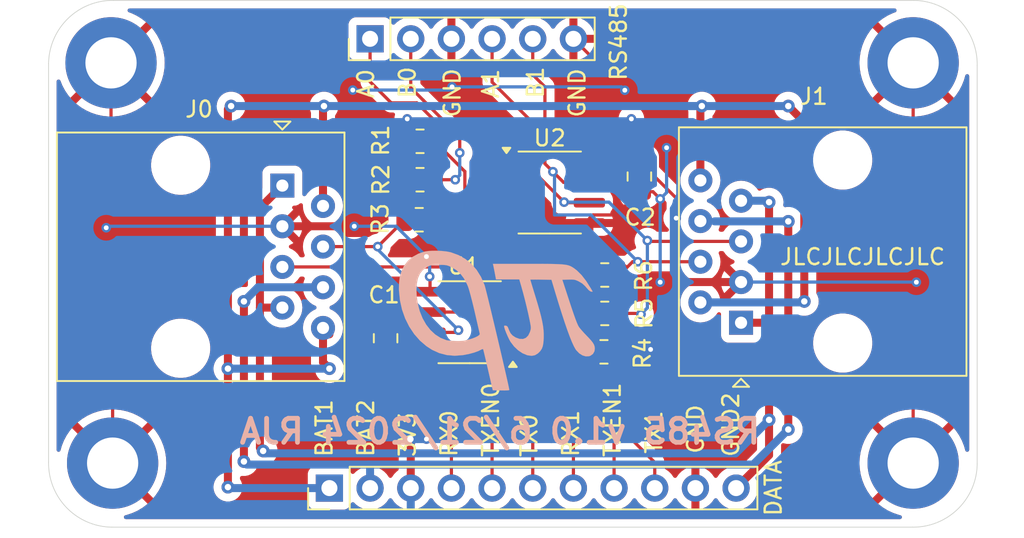
<source format=kicad_pcb>
(kicad_pcb (version 20240108) (generator "pcbnew") (generator_version "8.0")
  (layers (0 "F.Cu" signal) (31 "B.Cu" signal) (34 "B.Paste" user) (35 "F.Paste" user) (36 "B.SilkS" user "B.Silkscreen") (37 "F.SilkS" user "F.Silkscreen") (38 "B.Mask" user) (39 "F.Mask" user) (44 "Edge.Cuts" user))
  (net 0 "")
  (net 1 "GND")
  (net 2 "/B0")
  (net 3 "/A0")
  (net 4 "/B1")
  (net 5 "/A1")
  (net 6 "/TX0")
  (net 7 "/TXEN0")
  (net 8 "/TX1")
  (net 9 "/TXEN1")
  (net 10 "/RX1")
  (net 11 "+3V3")
  (net 12 "/RX0")
  (net 13 "GND2")
  (net 14 "+BAT2")
  (net 15 "+BAT1")
  (footprint "Connector_PinHeader_2.54mm:PinHeader_1x06_P2.54mm_Vertical" (layer "F.Cu") (at 132.08 71 90)
    (property "Reference" "J2" (hide yes))
    (property "Value" "RS485" (at -0.2 15.52 90) (layer "F.SilkS"))
    (fp_line (start -1.33 -1.33) (end 0 -1.33) (stroke (width 0.12)) (layer "F.SilkS"))
    (fp_line (start -1.33 0) (end -1.33 -1.33) (stroke (width 0.12)) (layer "F.SilkS"))
    (fp_line (start 1.33 1.27) (end 1.33 14.03) (stroke (width 0.12)) (layer "F.SilkS"))
    (fp_line (start -1.33 1.27) (end 1.33 1.27) (stroke (width 0.12)) (layer "F.SilkS"))
    (fp_line (start -1.33 1.27) (end -1.33 14.03) (stroke (width 0.12)) (layer "F.SilkS"))
    (fp_line (start -1.33 14.03) (end 1.33 14.03) (stroke (width 0.12)) (layer "F.SilkS"))
    (pad "1" thru_hole rect (at 0 0 90) (size 1.7 1.7) (drill 1) (layers "*.Cu" "*.Mask") (net 3 "/A0"))
    (pad "2" thru_hole oval (at 0 2.54 90) (size 1.7 1.7) (drill 1) (layers "*.Cu" "*.Mask") (net 2 "/B0"))
    (pad "3" thru_hole oval (at 0 5.08 90) (size 1.7 1.7) (drill 1) (layers "*.Cu" "*.Mask") (net 1 "GND"))
    (pad "4" thru_hole oval (at 0 7.62 90) (size 1.7 1.7) (drill 1) (layers "*.Cu" "*.Mask") (net 5 "/A1"))
    (pad "5" thru_hole oval (at 0 10.16 90) (size 1.7 1.7) (drill 1) (layers "*.Cu" "*.Mask") (net 4 "/B1"))
    (pad "6" thru_hole oval (at 0 12.7 90) (size 1.7 1.7) (drill 1) (layers "*.Cu" "*.Mask") (net 1 "GND"))
  )
  (footprint "Resistor_SMD:R_0805_2012Metric" (layer "F.Cu") (at 135.2 77.4)
    (property "Reference" "R1" (at -2.45 -0.05 -90) (layer "F.SilkS"))
    (property "Value" "600R")
    (fp_line (start -0.227064 -0.735) (end 0.227064 -0.735) (stroke (width 0.12)) (layer "F.SilkS"))
    (fp_line (start -0.227064 0.735) (end 0.227064 0.735) (stroke (width 0.12)) (layer "F.SilkS"))
    (pad "1" smd roundrect (at -0.9125 0) (size 1.025 1.4) (layers "F.Cu" "F.Paste" "F.Mask") (roundrect_rratio 0.243902) (net 11 "+3V3"))
    (pad "2" smd roundrect (at 0.9125 0) (size 1.025 1.4) (layers "F.Cu" "F.Paste" "F.Mask") (roundrect_rratio 0.243902) (net 3 "/A0"))
  )
  (footprint "Package_SO:SOIC-8_3.9x4.9mm_P1.27mm" (layer "F.Cu") (at 143.3 80.6)
    (property "Reference" "U2" (at 0 -3.4 0) (layer "F.SilkS"))
    (property "Value" "THVD1400D")
    (fp_line (start 0 -2.56) (end -1.95 -2.56) (stroke (width 0.12)) (layer "F.SilkS"))
    (fp_line (start 0 -2.56) (end 1.95 -2.56) (stroke (width 0.12)) (layer "F.SilkS"))
    (fp_line (start 0 2.56) (end -1.95 2.56) (stroke (width 0.12)) (layer "F.SilkS"))
    (fp_line (start 0 2.56) (end 1.95 2.56) (stroke (width 0.12)) (layer "F.SilkS"))
    (fp_poly (pts (xy -2.7 -2.465) (xy -2.94 -2.795) (xy -2.46 -2.795) (xy -2.7 -2.465)) (stroke (width 0.12)) (fill solid) (layer "F.SilkS"))
    (pad "1" smd roundrect (at -2.475 -1.905) (size 1.95 0.6) (layers "F.Cu" "F.Paste" "F.Mask") (net 10 "/RX1"))
    (pad "2" smd roundrect (at -2.475 -0.635) (size 1.95 0.6) (layers "F.Cu" "F.Paste" "F.Mask") (net 9 "/TXEN1"))
    (pad "3" smd roundrect (at -2.475 0.635) (size 1.95 0.6) (layers "F.Cu" "F.Paste" "F.Mask") (net 9 "/TXEN1"))
    (pad "4" smd roundrect (at -2.475 1.905) (size 1.95 0.6) (layers "F.Cu" "F.Paste" "F.Mask") (net 8 "/TX1"))
    (pad "5" smd roundrect (at 2.475 1.905) (size 1.95 0.6) (layers "F.Cu" "F.Paste" "F.Mask") (net 1 "GND"))
    (pad "6" smd roundrect (at 2.475 0.635) (size 1.95 0.6) (layers "F.Cu" "F.Paste" "F.Mask") (net 5 "/A1"))
    (pad "7" smd roundrect (at 2.475 -0.635) (size 1.95 0.6) (layers "F.Cu" "F.Paste" "F.Mask") (net 4 "/B1"))
    (pad "8" smd roundrect (at 2.475 -1.905) (size 1.95 0.6) (layers "F.Cu" "F.Paste" "F.Mask") (net 11 "+3V3"))
  )
  (footprint "Package_SO:SOIC-8_3.9x4.9mm_P1.27mm" (layer "F.Cu") (at 138.3 88.7 180)
    (property "Reference" "U1" (at 0.35 3.5 0) (layer "F.SilkS"))
    (property "Value" "THVD1400D")
    (fp_line (start 0 2.56) (end 1.95 2.56) (stroke (width 0.12)) (layer "F.SilkS"))
    (fp_line (start 0 2.56) (end -1.95 2.56) (stroke (width 0.12)) (layer "F.SilkS"))
    (fp_line (start 0 -2.56) (end 1.95 -2.56) (stroke (width 0.12)) (layer "F.SilkS"))
    (fp_line (start 0 -2.56) (end -1.95 -2.56) (stroke (width 0.12)) (layer "F.SilkS"))
    (fp_poly (pts (xy -2.7 -2.465) (xy -2.94 -2.795) (xy -2.46 -2.795) (xy -2.7 -2.465)) (stroke (width 0.12)) (fill solid) (layer "F.SilkS"))
    (pad "1" smd roundrect (at -2.475 -1.905 180) (size 1.95 0.6) (layers "F.Cu" "F.Paste" "F.Mask") (net 12 "/RX0"))
    (pad "2" smd roundrect (at -2.475 -0.635 180) (size 1.95 0.6) (layers "F.Cu" "F.Paste" "F.Mask") (net 7 "/TXEN0"))
    (pad "3" smd roundrect (at -2.475 0.635 180) (size 1.95 0.6) (layers "F.Cu" "F.Paste" "F.Mask") (net 7 "/TXEN0"))
    (pad "4" smd roundrect (at -2.475 1.905 180) (size 1.95 0.6) (layers "F.Cu" "F.Paste" "F.Mask") (net 6 "/TX0"))
    (pad "5" smd roundrect (at 2.475 1.905 180) (size 1.95 0.6) (layers "F.Cu" "F.Paste" "F.Mask") (net 1 "GND"))
    (pad "6" smd roundrect (at 2.475 0.635 180) (size 1.95 0.6) (layers "F.Cu" "F.Paste" "F.Mask") (net 3 "/A0"))
    (pad "7" smd roundrect (at 2.475 -0.635 180) (size 1.95 0.6) (layers "F.Cu" "F.Paste" "F.Mask") (net 2 "/B0"))
    (pad "8" smd roundrect (at 2.475 -1.905 180) (size 1.95 0.6) (layers "F.Cu" "F.Paste" "F.Mask") (net 11 "+3V3"))
  )
  (footprint "Connector_PinHeader_2.54mm:PinHeader_1x11_P2.54mm_Vertical" (layer "F.Cu") (at 129.54 99.06 90)
    (property "Reference" "J3" (hide yes))
    (property "Value" "DATA" (at 0 27.73 90) (layer "F.SilkS"))
    (fp_line (start -1.33 -1.33) (end 0 -1.33) (stroke (width 0.12)) (layer "F.SilkS"))
    (fp_line (start -1.33 0) (end -1.33 -1.33) (stroke (width 0.12)) (layer "F.SilkS"))
    (fp_line (start 1.33 1.27) (end 1.33 26.73) (stroke (width 0.12)) (layer "F.SilkS"))
    (fp_line (start -1.33 1.27) (end 1.33 1.27) (stroke (width 0.12)) (layer "F.SilkS"))
    (fp_line (start -1.33 1.27) (end -1.33 26.73) (stroke (width 0.12)) (layer "F.SilkS"))
    (fp_line (start -1.33 26.73) (end 1.33 26.73) (stroke (width 0.12)) (layer "F.SilkS"))
    (pad "1" thru_hole rect (at 0 0 90) (size 1.7 1.7) (drill 1) (layers "*.Cu" "*.Mask") (net 15 "+BAT1"))
    (pad "2" thru_hole oval (at 0 2.54 90) (size 1.7 1.7) (drill 1) (layers "*.Cu" "*.Mask") (net 14 "+BAT2"))
    (pad "3" thru_hole oval (at 0 5.08 90) (size 1.7 1.7) (drill 1) (layers "*.Cu" "*.Mask") (net 11 "+3V3"))
    (pad "4" thru_hole oval (at 0 7.62 90) (size 1.7 1.7) (drill 1) (layers "*.Cu" "*.Mask") (net 12 "/RX0"))
    (pad "5" thru_hole oval (at 0 10.16 90) (size 1.7 1.7) (drill 1) (layers "*.Cu" "*.Mask") (net 7 "/TXEN0"))
    (pad "6" thru_hole oval (at 0 12.7 90) (size 1.7 1.7) (drill 1) (layers "*.Cu" "*.Mask") (net 6 "/TX0"))
    (pad "7" thru_hole oval (at 0 15.24 90) (size 1.7 1.7) (drill 1) (layers "*.Cu" "*.Mask") (net 10 "/RX1"))
    (pad "8" thru_hole oval (at 0 17.78 90) (size 1.7 1.7) (drill 1) (layers "*.Cu" "*.Mask") (net 9 "/TXEN1"))
    (pad "9" thru_hole oval (at 0 20.32 90) (size 1.7 1.7) (drill 1) (layers "*.Cu" "*.Mask") (net 8 "/TX1"))
    (pad "10" thru_hole oval (at 0 22.86 90) (size 1.7 1.7) (drill 1) (layers "*.Cu" "*.Mask") (net 1 "GND"))
    (pad "11" thru_hole oval (at 0 25.4 90) (size 1.7 1.7) (drill 1) (layers "*.Cu" "*.Mask") (net 13 "GND2"))
  )
  (footprint "Capacitor_SMD:C_0805_2012Metric" (layer "F.Cu") (at 148.9 79.6 -90)
    (property "Reference" "C2" (at 2.55 -0.05 0) (layer "F.SilkS"))
    (property "Value" "100n")
    (fp_line (start -0.261252 0.735) (end 0.261252 0.735) (stroke (width 0.12)) (layer "F.SilkS"))
    (fp_line (start -0.261252 -0.735) (end 0.261252 -0.735) (stroke (width 0.12)) (layer "F.SilkS"))
    (pad "1" smd roundrect (at -0.95 0 270) (size 1 1.45) (layers "F.Cu" "F.Paste" "F.Mask") (net 11 "+3V3"))
    (pad "2" smd roundrect (at 0.95 0 270) (size 1 1.45) (layers "F.Cu" "F.Paste" "F.Mask") (net 1 "GND"))
  )
  (footprint "Resistor_SMD:R_0805_2012Metric" (layer "F.Cu") (at 135.2 79.8)
    (property "Reference" "R2" (at -2.4375 0 90) (layer "F.SilkS"))
    (property "Value" "110R")
    (fp_line (start -0.227064 -0.735) (end 0.227064 -0.735) (stroke (width 0.12)) (layer "F.SilkS"))
    (fp_line (start -0.227064 0.735) (end 0.227064 0.735) (stroke (width 0.12)) (layer "F.SilkS"))
    (pad "1" smd roundrect (at -0.9125 0) (size 1.025 1.4) (layers "F.Cu" "F.Paste" "F.Mask") (roundrect_rratio 0.243902) (net 3 "/A0"))
    (pad "2" smd roundrect (at 0.9125 0) (size 1.025 1.4) (layers "F.Cu" "F.Paste" "F.Mask") (roundrect_rratio 0.243902) (net 2 "/B0"))
  )
  (footprint "Capacitor_SMD:C_0805_2012Metric" (layer "F.Cu") (at 133.05 89.7 90)
    (property "Reference" "C1" (at 2.7 -0.1 0) (layer "F.SilkS"))
    (property "Value" "100n")
    (fp_line (start -0.261252 -0.735) (end 0.261252 -0.735) (stroke (width 0.12)) (layer "F.SilkS"))
    (fp_line (start -0.261252 0.735) (end 0.261252 0.735) (stroke (width 0.12)) (layer "F.SilkS"))
    (pad "1" smd roundrect (at -0.95 0 90) (size 1 1.45) (layers "F.Cu" "F.Paste" "F.Mask") (net 11 "+3V3"))
    (pad "2" smd roundrect (at 0.95 0 90) (size 1 1.45) (layers "F.Cu" "F.Paste" "F.Mask") (net 1 "GND"))
  )
  (footprint "MountingHole:MountingHole_3.2mm_M3_ISO7380_Pad" (layer "F.Cu") (at 115.9 72.5)
    (property "Reference" "H1" (hide yes))
    (property "Value" "MountingHole_Pad")
    (pad "1" thru_hole circle (at 0 0) (size 5.7 5.7) (drill 3.2) (layers "*.Cu" "*.Mask") (net 1 "GND"))
  )
  (footprint "Resistor_SMD:R_0805_2012Metric" (layer "F.Cu") (at 146.7375 88.15 180)
    (property "Reference" "R5" (at -2.4625 0 90) (layer "F.SilkS"))
    (property "Value" "110R")
    (fp_line (start -0.227064 0.735) (end 0.227064 0.735) (stroke (width 0.12)) (layer "F.SilkS"))
    (fp_line (start -0.227064 -0.735) (end 0.227064 -0.735) (stroke (width 0.12)) (layer "F.SilkS"))
    (pad "1" smd roundrect (at -0.9125 0 180) (size 1.025 1.4) (layers "F.Cu" "F.Paste" "F.Mask") (roundrect_rratio 0.243902) (net 5 "/A1"))
    (pad "2" smd roundrect (at 0.9125 0 180) (size 1.025 1.4) (layers "F.Cu" "F.Paste" "F.Mask") (roundrect_rratio 0.243902) (net 4 "/B1"))
  )
  (footprint "Resistor_SMD:R_0805_2012Metric" (layer "F.Cu") (at 146.6875 90.55 180)
    (property "Reference" "R4" (at -2.4 -0.1 90) (layer "F.SilkS"))
    (property "Value" "600R")
    (fp_line (start -0.227064 0.735) (end 0.227064 0.735) (stroke (width 0.12)) (layer "F.SilkS"))
    (fp_line (start -0.227064 -0.735) (end 0.227064 -0.735) (stroke (width 0.12)) (layer "F.SilkS"))
    (pad "1" smd roundrect (at -0.9125 0 180) (size 1.025 1.4) (layers "F.Cu" "F.Paste" "F.Mask") (roundrect_rratio 0.243902) (net 11 "+3V3"))
    (pad "2" smd roundrect (at 0.9125 0 180) (size 1.025 1.4) (layers "F.Cu" "F.Paste" "F.Mask") (roundrect_rratio 0.243902) (net 5 "/A1"))
  )
  (footprint "Resistor_SMD:R_0805_2012Metric" (layer "F.Cu") (at 146.7375 85.75 180)
    (property "Reference" "R6" (at -2.4375 -0.05 90) (layer "F.SilkS"))
    (property "Value" "600R")
    (fp_line (start -0.227064 0.735) (end 0.227064 0.735) (stroke (width 0.12)) (layer "F.SilkS"))
    (fp_line (start -0.227064 -0.735) (end 0.227064 -0.735) (stroke (width 0.12)) (layer "F.SilkS"))
    (pad "1" smd roundrect (at -0.9125 0 180) (size 1.025 1.4) (layers "F.Cu" "F.Paste" "F.Mask") (roundrect_rratio 0.243902) (net 4 "/B1"))
    (pad "2" smd roundrect (at 0.9125 0 180) (size 1.025 1.4) (layers "F.Cu" "F.Paste" "F.Mask") (roundrect_rratio 0.243902) (net 1 "GND"))
  )
  (footprint "MyLib:RJ45_SS-700810-NF" (layer "F.Cu") (at 155.25 88.7325 90)
    (property "Reference" "J1" (at 14.1325 4.55 180) (layer "F.SilkS"))
    (property "Value" "RJ45")
    (fp_line (start 12.205 -3.88) (end -3.315 -3.88) (stroke (width 0.12)) (layer "F.SilkS"))
    (fp_line (start 12.205 -3.88) (end 12.205 14.08) (stroke (width 0.12)) (layer "F.SilkS"))
    (fp_line (start -3.315 -3.88) (end -3.315 14.08) (stroke (width 0.12)) (layer "F.SilkS"))
    (fp_line (start -4 -0.5) (end -4 0.5) (stroke (width 0.12)) (layer "F.SilkS"))
    (fp_line (start -3.5 0) (end -4 -0.5) (stroke (width 0.12)) (layer "F.SilkS"))
    (fp_line (start -4 0.5) (end -3.5 0) (stroke (width 0.12)) (layer "F.SilkS"))
    (fp_line (start -3.315 14.08) (end 12.205 14.08) (stroke (width 0.12)) (layer "F.SilkS"))
    (pad "" np_thru_hole circle (at -1.27 6.35 90) (size 3.2 3.2) (drill 3.2) (layers "*.Cu" "*.Mask"))
    (pad "" np_thru_hole circle (at 10.16 6.35 90) (size 3.2 3.2) (drill 3.2) (layers "*.Cu" "*.Mask"))
    (pad "1" thru_hole rect (at 0 0 90) (size 1.5 1.5) (drill 0.76) (layers "*.Cu" "*.Mask") (net 13 "GND2"))
    (pad "2" thru_hole circle (at 1.27 -2.54 90) (size 1.5 1.5) (drill 0.76) (layers "*.Cu" "*.Mask") (net 15 "+BAT1"))
    (pad "3" thru_hole circle (at 2.54 0 90) (size 1.5 1.5) (drill 0.76) (layers "*.Cu" "*.Mask") (net 1 "GND"))
    (pad "4" thru_hole circle (at 3.81 -2.54 90) (size 1.5 1.5) (drill 0.76) (layers "*.Cu" "*.Mask") (net 4 "/B1"))
    (pad "5" thru_hole circle (at 5.08 0 90) (size 1.5 1.5) (drill 0.76) (layers "*.Cu" "*.Mask") (net 5 "/A1"))
    (pad "6" thru_hole circle (at 6.35 -2.54 90) (size 1.5 1.5) (drill 0.76) (layers "*.Cu" "*.Mask") (net 14 "+BAT2"))
    (pad "7" thru_hole circle (at 7.62 0 90) (size 1.5 1.5) (drill 0.76) (layers "*.Cu" "*.Mask") (net 13 "GND2"))
    (pad "8" thru_hole circle (at 8.89 -2.54 90) (size 1.5 1.5) (drill 0.76) (layers "*.Cu" "*.Mask") (net 15 "+BAT1"))
  )
  (footprint "MountingHole:MountingHole_3.2mm_M3_ISO7380_Pad" (layer "F.Cu") (at 166 97.5)
    (property "Reference" "H4" (hide yes))
    (property "Value" "MountingHole_Pad")
    (pad "1" thru_hole circle (at 0 0) (size 5.7 5.7) (drill 3.2) (layers "*.Cu" "*.Mask") (net 1 "GND"))
  )
  (footprint "MountingHole:MountingHole_3.2mm_M3_ISO7380_Pad" (layer "F.Cu") (at 166 72.5)
    (property "Reference" "H2" (hide yes))
    (property "Value" "MountingHole_Pad")
    (pad "1" thru_hole circle (at 0 0) (size 5.7 5.7) (drill 3.2) (layers "*.Cu" "*.Mask") (net 1 "GND"))
  )
  (footprint "Resistor_SMD:R_0805_2012Metric" (layer "F.Cu") (at 135.15 82.3)
    (property "Reference" "R3" (at -2.4375 -0.05 90) (layer "F.SilkS"))
    (property "Value" "600R")
    (fp_line (start -0.227064 -0.735) (end 0.227064 -0.735) (stroke (width 0.12)) (layer "F.SilkS"))
    (fp_line (start -0.227064 0.735) (end 0.227064 0.735) (stroke (width 0.12)) (layer "F.SilkS"))
    (pad "1" smd roundrect (at -0.9125 0) (size 1.025 1.4) (layers "F.Cu" "F.Paste" "F.Mask") (roundrect_rratio 0.243902) (net 2 "/B0"))
    (pad "2" smd roundrect (at 0.9125 0) (size 1.025 1.4) (layers "F.Cu" "F.Paste" "F.Mask") (roundrect_rratio 0.243902) (net 1 "GND"))
  )
  (footprint "MountingHole:MountingHole_3.2mm_M3_ISO7380_Pad" (layer "F.Cu") (at 116 97.5)
    (property "Reference" "H3" (hide yes))
    (property "Value" "MountingHole_Pad")
    (pad "1" thru_hole circle (at 0 0) (size 5.7 5.7) (drill 3.2) (layers "*.Cu" "*.Mask") (net 1 "GND"))
  )
  (footprint "MyLib:RJ45_SS-700810-NF" (layer "F.Cu") (at 126.6 80.1675 -90)
    (property "Reference" "J0" (at -4.7675 5.2 180) (layer "F.SilkS"))
    (property "Value" "RJ45")
    (fp_line (start -3.315 14.08) (end 12.205 14.08) (stroke (width 0.12)) (layer "F.SilkS"))
    (fp_line (start -4 0.5) (end -3.5 0) (stroke (width 0.12)) (layer "F.SilkS"))
    (fp_line (start -3.5 0) (end -4 -0.5) (stroke (width 0.12)) (layer "F.SilkS"))
    (fp_line (start -4 -0.5) (end -4 0.5) (stroke (width 0.12)) (layer "F.SilkS"))
    (fp_line (start -3.315 -3.88) (end -3.315 14.08) (stroke (width 0.12)) (layer "F.SilkS"))
    (fp_line (start 12.205 -3.88) (end 12.205 14.08) (stroke (width 0.12)) (layer "F.SilkS"))
    (fp_line (start 12.205 -3.88) (end -3.315 -3.88) (stroke (width 0.12)) (layer "F.SilkS"))
    (pad "" np_thru_hole circle (at -1.27 6.35 270) (size 3.2 3.2) (drill 3.2) (layers "*.Cu" "*.Mask"))
    (pad "" np_thru_hole circle (at 10.16 6.35 270) (size 3.2 3.2) (drill 3.2) (layers "*.Cu" "*.Mask"))
    (pad "1" thru_hole rect (at 0 0 270) (size 1.5 1.5) (drill 0.76) (layers "*.Cu" "*.Mask") (net 13 "GND2"))
    (pad "2" thru_hole circle (at 1.27 -2.54 270) (size 1.5 1.5) (drill 0.76) (layers "*.Cu" "*.Mask") (net 15 "+BAT1"))
    (pad "3" thru_hole circle (at 2.54 0 270) (size 1.5 1.5) (drill 0.76) (layers "*.Cu" "*.Mask") (net 1 "GND"))
    (pad "4" thru_hole circle (at 3.81 -2.54 270) (size 1.5 1.5) (drill 0.76) (layers "*.Cu" "*.Mask") (net 2 "/B0"))
    (pad "5" thru_hole circle (at 5.08 0 270) (size 1.5 1.5) (drill 0.76) (layers "*.Cu" "*.Mask") (net 3 "/A0"))
    (pad "6" thru_hole circle (at 6.35 -2.54 270) (size 1.5 1.5) (drill 0.76) (layers "*.Cu" "*.Mask") (net 14 "+BAT2"))
    (pad "7" thru_hole circle (at 7.62 0 270) (size 1.5 1.5) (drill 0.76) (layers "*.Cu" "*.Mask") (net 13 "GND2"))
    (pad "8" thru_hole circle (at 8.89 -2.54 270) (size 1.5 1.5) (drill 0.76) (layers "*.Cu" "*.Mask") (net 15 "+BAT1"))
  )
  (footprint "MyLib:pirho_0.50" (layer "B.Cu") (at 134.891059 86.748157 180)
    (property "Reference" "G***" (hide yes))
    (property "Value" "LOGO" (hide yes))
    (fp_poly (pts (xy -1.08546 2.511586) (xy -0.811533 2.494407) (xy -0.593712 2.45974) (xy -0.592667 2.459487) (xy -0.202805 2.328187) (xy 0.143492 2.137104) (xy 0.436633 1.893512) (xy 0.667023 1.604682) (xy 0.761992 1.432409) (xy 0.883434 1.132866) (xy 0.962362 0.827994) (xy 1.002641 0.495061) (xy 1.008136 0.111331) (xy 1.004547 0.005288) (xy 0.943414 -0.594465) (xy 0.813709 -1.171833) (xy 0.619795 -1.71904) (xy 0.366034 -2.228305) (xy 0.056788 -2.691854) (xy -0.303577 -3.101907) (xy -0.7107 -3.450688) (xy -1.060924 -3.676891) (xy -1.508312 -3.880343) (xy -1.98113 -4.003892) (xy -2.474581 -4.046722) (xy -2.983862 -4.008017) (xy -2.996131 -4.006097) (xy -3.365575 -3.935173) (xy -3.69324 -3.847536) (xy -3.962909 -3.74798) (xy -4.097281 -3.680393) (xy -4.196639 -3.632363) (xy -4.246461 -3.636783) (xy -4.25551 -3.651775) (xy -4.269541 -3.704849) (xy -4.300047 -3.829824) (xy -4.344517 -4.016095) (xy -4.400438 -4.253051) (xy -4.4653 -4.530087) (xy -4.536592 -4.836593) (xy -4.563554 -4.953) (xy -4.852481 -6.201834) (xy -5.368407 -6.213719) (xy -5.591659 -6.215631) (xy -5.758445 -6.210312) (xy -5.858729 -6.19833) (xy -5.884334 -6.184506) (xy -5.874671 -6.121531) (xy -5.846912 -5.984088) (xy -5.8029 -5.779988) (xy -5.74448 -5.517049) (xy -5.673496 -5.203086) (xy -5.591792 -4.845913) (xy -5.501211 -4.453346) (xy -5.403597 -4.033199) (xy -5.300795 -3.593288) (xy -5.194648 -3.141427) (xy -5.087001 -2.685433) (xy -5.086083 -2.681564) (xy -4.039815 -2.681564) (xy -4.013454 -2.745055) (xy -3.915506 -2.818579) (xy -3.757684 -2.897025) (xy -3.551703 -2.975278) (xy -3.309274 -3.048227) (xy -3.069167 -3.105212) (xy -2.931488 -3.121085) (xy -2.737779 -3.127447) (xy -2.516044 -3.125097) (xy -2.294291 -3.114835) (xy -2.100525 -3.09746) (xy -1.962751 -3.073772) (xy -1.962158 -3.073615) (xy -1.596928 -2.933605) (xy -1.260774 -2.719879) (xy -0.958066 -2.439698) (xy -0.693168 -2.100328) (xy -0.470446 -1.70903) (xy -0.29427 -1.273068) (xy -0.169003 -0.799706) (xy -0.099014 -0.296206) (xy -0.085223 0.048458) (xy -0.107387 0.451877) (xy -0.176951 0.789543) (xy -0.296903 1.067785) (xy -0.470228 1.29293) (xy -0.699913 1.471308) (xy -0.777331 1.51511) (xy -0.879458 1.565403) (xy -0.972538 1.598435) (xy -1.078543 1.617784) (xy -1.219448 1.627031) (xy -1.417223 1.629753) (xy -1.481667 1.629833) (xy -1.697443 1.628332) (xy -1.852511 1.621064) (xy -1.970814 1.603883) (xy -2.076297 1.572643) (xy -2.192901 1.523198) (xy -2.24889 1.496983) (xy -2.559157 1.315586) (xy -2.821853 1.084183) (xy -3.045253 0.793199) (xy -3.237635 0.433059) (xy -3.30433 0.276079) (xy -3.346935 0.151785) (xy -3.404104 -0.041585) (xy -3.472239 -0.290415) (xy -3.547738 -0.581085) (xy -3.627003 -0.899977) (xy -3.706433 -1.233475) (xy -3.72778 -1.325733) (xy -3.80129 -1.645499) (xy -3.869255 -1.941035) (xy -3.9292 -2.201592) (xy -3.978649 -2.41642) (xy -4.015131 -2.574768) (xy -4.03617 -2.665887) (xy -4.039815 -2.681564) (xy -5.086083 -2.681564) (xy -4.979697 -2.23312) (xy -4.87458 -1.792304) (xy -4.773494 -1.370797) (xy -4.678284 -0.976418) (xy -4.590793 -0.616981) (xy -4.512865 -0.300299) (xy -4.446344 -0.03419) (xy -4.393074 0.173533) (xy -4.3549 0.315053) (xy -4.336699 0.374705) (xy -4.119076 0.875312) (xy -3.846118 1.313944) (xy -3.519747 1.688751) (xy -3.141887 1.997883) (xy -2.714456 2.239489) (xy -2.23938 2.411719) (xy -2.213471 2.418727) (xy -1.979499 2.464848) (xy -1.695881 2.496142) (xy -1.389055 2.511944) (xy -1.08546 2.511586)) (stroke (width 0.005)) (fill solid) (layer "B.SilkS"))
    (fp_poly (pts (xy -4.882298 1.598083) (xy -4.900266 1.515222) (xy -4.928865 1.373677) (xy -4.96318 1.197988) (xy -4.979762 1.11125) (xy -5.054083 0.719666) (xy -6.508362 0.719666) (xy -6.640203 0.264584) (xy -6.74845 -0.124172) (xy -6.860406 -0.553019) (xy -6.968973 -0.993043) (xy -7.067052 -1.415327) (xy -7.147544 -1.790957) (xy -7.159226 -1.849408) (xy -7.198827 -2.053764) (xy -7.222287 -2.196931) (xy -7.229977 -2.300763) (xy -7.222266 -2.387113) (xy -7.199525 -2.477833) (xy -7.171366 -2.566378) (xy -7.06631 -2.783912) (xy -6.919868 -2.929092) (xy -6.737943 -2.999799) (xy -6.526432 -2.993911) (xy -6.291232 -2.90931) (xy -6.261195 -2.893495) (xy -6.09088 -2.781579) (xy -5.969084 -2.647915) (xy -5.874771 -2.466477) (xy -5.83861 -2.370667) (xy -5.786369 -2.248369) (xy -5.729121 -2.187368) (xy -5.657144 -2.166622) (xy -5.577936 -2.164962) (xy -5.557951 -2.202826) (xy -5.570597 -2.272455) (xy -5.61746 -2.424867) (xy -5.692918 -2.621399) (xy -5.784122 -2.83234) (xy -5.878219 -3.027982) (xy -5.96236 -3.178617) (xy -5.962978 -3.179591) (xy -6.177505 -3.46176) (xy -6.430516 -3.702091) (xy -6.705444 -3.88773) (xy -6.98572 -4.00582) (xy -7.0485 -4.021917) (xy -7.284771 -4.050298) (xy -7.480836 -4.014891) (xy -7.656693 -3.911438) (xy -7.686899 -3.886004) (xy -7.819788 -3.752992) (xy -7.914179 -3.612661) (xy -7.976761 -3.44645) (xy -8.014223 -3.235802) (xy -8.033254 -2.962158) (xy -8.034722 -2.921) (xy -8.035948 -2.684283) (xy -8.022479 -2.444377) (xy -7.992117 -2.190378) (xy -7.942665 -1.911384) (xy -7.871923 -1.596491) (xy -7.777692 -1.234797) (xy -7.657775 -0.815396) (xy -7.515091 -0.343965) (xy -7.428748 -0.063526) (xy -7.351295 0.189253) (xy -7.286061 0.403421) (xy -7.23637 0.568025) (xy -7.205547 0.67211) (xy -7.196667 0.70486) (xy -7.236598 0.70995) (xy -7.346823 0.712945) (xy -7.512994 0.713732) (xy -7.720764 0.712194) (xy -7.856625 0.710159) (xy -8.516583 0.6985) (xy -8.726088 0) (xy -8.948039 -0.729746) (xy -9.151818 -1.378219) (xy -9.337901 -1.946737) (xy -9.506763 -2.436612) (xy -9.658881 -2.849163) (xy -9.794729 -3.185704) (xy -9.914784 -3.447551) (xy -10.019521 -3.636017) (xy -10.064326 -3.700585) (xy -10.247969 -3.89235) (xy -10.45187 -4.022373) (xy -10.662299 -4.085294) (xy -10.865528 -4.075754) (xy -10.950555 -4.046582) (xy -11.109153 -3.932748) (xy -11.202602 -3.768373) (xy -11.226018 -3.601263) (xy -11.214021 -3.476739) (xy -11.175942 -3.358083) (xy -11.103179 -3.231591) (xy -10.987132 -3.083565) (xy -10.819197 -2.900299) (xy -10.725272 -2.803562) (xy -10.568626 -2.639336) (xy -10.420855 -2.476017) (xy -10.299988 -2.334011) (xy -10.231274 -2.244445) (xy -10.177647 -2.147801) (xy -10.107904 -1.988519) (xy -10.02063 -1.762791) (xy -9.914409 -1.466808) (xy -9.787826 -1.096761) (xy -9.649047 -0.678111) (xy -9.197988 0.6985) (xy -9.581514 0.710782) (xy -9.772177 0.714444) (xy -9.908016 0.707225) (xy -10.0187 0.683721) (xy -10.133894 0.638531) (xy -10.229878 0.592685) (xy -10.440948 0.466195) (xy -10.620999 0.301777) (xy -10.697775 0.212391) (xy -10.83806 0.056465) (xy -10.945951 -0.025305) (xy -10.997868 -0.039928) (xy -11.094902 -0.042334) (xy -10.979271 0.15875) (xy -10.691627 0.615213) (xy -10.401022 0.989631) (xy -10.108299 1.28099) (xy -9.93962 1.410331) (xy -9.850701 1.469677) (xy -9.766356 1.520091) (xy -9.679113 1.562301) (xy -9.581501 1.597034) (xy -9.466049 1.62502) (xy -9.325286 1.646986) (xy -9.151741 1.66366) (xy -8.937942 1.67577) (xy -8.676419 1.684044) (xy -8.359701 1.689208) (xy -7.980315 1.691993) (xy -7.530792 1.693126) (xy -7.035017 1.693334) (xy -4.859155 1.693334) (xy -4.882298 1.598083)) (stroke (width 0.005)) (fill solid) (layer "B.SilkS"))
  )
  (gr_arc (start 112 72.55) (mid 113.206928 69.736218) (end 116.05 68.6) (stroke (width 0.05)) (layer "Edge.Cuts"))
  (gr_arc (start 115.95 101.5) (mid 113.136218 100.293072) (end 112 97.45) (stroke (width 0.05)) (layer "Edge.Cuts"))
  (gr_arc (start 170 97.55) (mid 168.793072 100.363782) (end 165.95 101.5) (stroke (width 0.05)) (layer "Edge.Cuts"))
  (gr_line (start 170 97.55) (end 170 72.65) (stroke (width 0.05)) (layer "Edge.Cuts"))
  (gr_line (start 115.95 101.5) (end 165.95 101.5) (stroke (width 0.05)) (layer "Edge.Cuts"))
  (gr_line (start 166.05 68.6) (end 116.05 68.6) (stroke (width 0.05)) (layer "Edge.Cuts"))
  (gr_line (start 112 72.55) (end 112 97.45) (stroke (width 0.05)) (layer "Edge.Cuts"))
  (gr_arc (start 166.05 68.6) (mid 168.863782 69.806928) (end 170 72.65) (stroke (width 0.05)) (layer "Edge.Cuts"))
  (gr_text "RS485 v1.0 6/21/2024 RJA" (at 156.6 96.4 0) (layer "B.SilkS") (effects (font (size 1.5 1.5) (thickness 0.3) (bold yes)) (justify left bottom mirror)))
  (gr_text "B0" (at 135 74.8 90) (layer "F.SilkS") (effects (font (size 1 1)) (justify left bottom)))
  (gr_text "3V3" (at 135 97.2 90) (layer "F.SilkS") (effects (font (size 1 1)) (justify left bottom)))
  (gr_text "GND" (at 137.8 76 90) (layer "F.SilkS") (effects (font (size 1 1)) (justify left bottom)))
  (gr_text "RX0" (at 137.6 97.2 90) (layer "F.SilkS") (effects (font (size 1 1)) (justify left bottom)))
  (gr_text "B1" (at 143 74.8 90) (layer "F.SilkS") (effects (font (size 1 1)) (justify left bottom)))
  (gr_text "A0" (at 132.4 74.8 90) (layer "F.SilkS") (effects (font (size 1 1)) (justify left bottom)))
  (gr_text "A1" (at 140.2 74.8 90) (layer "F.SilkS") (effects (font (size 1 1)) (justify left bottom)))
  (gr_text "BAT2" (at 132.4 97.2 90) (layer "F.SilkS") (effects (font (size 1 1)) (justify left bottom)))
  (gr_text "TX1" (at 150.4 97 90) (layer "F.SilkS") (effects (font (size 1 1)) (justify left bottom)))
  (gr_text "RX1" (at 145.2 97.2 90) (layer "F.SilkS") (effects (font (size 1 1)) (justify left bottom)))
  (gr_text "GND2" (at 155.2 97.2 90) (layer "F.SilkS") (effects (font (size 1 1)) (justify left bottom)))
  (gr_text "BAT1" (at 129.8 97.2 90) (layer "F.SilkS") (effects (font (size 1 1)) (justify left bottom)))
  (gr_text "TX0" (at 142.6 97.2 90) (layer "F.SilkS") (effects (font (size 1 1)) (justify left bottom)))
  (gr_text "GND" (at 145.6 76 90) (layer "F.SilkS") (effects (font (size 1 1)) (justify left bottom)))
  (gr_text "JLCJLCJLCJLC" (at 157.6 85.2 0) (layer "F.SilkS") (effects (font (size 1 1)) (justify left bottom)))
  (gr_text "TXEN0" (at 140.2 97.2 90) (layer "F.SilkS") (effects (font (size 1 1)) (justify left bottom)))
  (gr_text "GND" (at 153 97 90) (layer "F.SilkS") (effects (font (size 1 1)) (justify left bottom)))
  (gr_text "TXEN1" (at 147.8 97.2 90) (layer "F.SilkS") (effects (font (size 1 1)) (justify left bottom)))
  (segment (start 145.775 82.505) (end 145.775 82.225) (width 0.2) (layer "F.Cu") (net 1))
  (segment (start 145.825 82.675) (end 145.825 85.75) (width 0.2) (layer "F.Cu") (net 1))
  (segment (start 135.005 86.795) (end 135.825 86.795) (width 0.2) (layer "F.Cu") (net 1))
  (segment (start 135.825 86.795) (end 135.825 85.8725) (width 0.2) (layer "F.Cu") (net 1))
  (segment (start 144.78 71) (end 147.99 74.21) (width 0.2) (layer "F.Cu") (net 1))
  (segment (start 116 83.2) (end 115.6 82.8) (width 0.2) (layer "F.Cu") (net 1))
  (segment (start 150.6 76.82) (end 150.6 77.8) (width 0.2) (layer "F.Cu") (net 1))
  (segment (start 166 72.5) (end 166 86) (width 0.2) (layer "F.Cu") (net 1))
  (segment (start 150.2 93) (end 150.2 86.2) (width 0.2) (layer "F.Cu") (net 1))
  (segment (start 136.0625 84.1375) (end 136.0625 82.3) (width 0.2) (layer "F.Cu") (net 1))
  (segment (start 131.0925 82.7075) (end 131.2 82.6) (width 0.2) (layer "F.Cu") (net 1))
  (segment (start 147.99 74.21) (end 150.6 76.82) (width 0.2) (layer "F.Cu") (net 1))
  (segment (start 137.16 73.96) (end 137.2 74) (width 0.2) (layer "F.Cu") (net 1))
  (segment (start 166.2 86.2) (end 166 86.4) (width 0.2) (layer "F.Cu") (net 1))
  (segment (start 150.7925 86.1925) (end 150.785 86.2) (width 0.5) (layer "F.Cu") (net 1))
  (segment (start 145.775 82.225) (end 146 82) (width 0.2) (layer "F.Cu") (net 1))
  (segment (start 166 86) (end 166.2 86.2) (width 0.2) (layer "F.Cu") (net 1))
  (segment (start 147.45 82) (end 148.9 80.55) (width 0.2) (layer "F.Cu") (net 1))
  (segment (start 152.4 95.2) (end 150.2 93) (width 0.2) (layer "F.Cu") (net 1))
  (segment (start 126.6 82.7075) (end 131.0925 82.7075) (width 0.5) (layer "F.Cu") (net 1))
  (segment (start 116 97.5) (end 116 83.2) (width 0.2) (layer "F.Cu") (net 1))
  (segment (start 115.6 82.8) (end 115.9 82.5) (width 0.2) (layer "F.Cu") (net 1))
  (segment (start 115.9 82.5) (end 115.9 72.5) (width 0.2) (layer "F.Cu") (net 1))
  (segment (start 145.775 82.505) (end 145.775 82.625) (width 0.2) (layer "F.Cu") (net 1))
  (segment (start 135.6 84.6) (end 136.0625 84.1375) (width 0.2) (layer "F.Cu") (net 1))
  (segment (start 135.825 85.8725) (end 135.8 85.8475) (width 0.2) (layer "F.Cu") (net 1))
  (segment (start 137.16 71) (end 137.16 73.96) (width 0.2) (layer "F.Cu") (net 1))
  (segment (start 145.775 82.625) (end 145.825 82.675) (width 0.2) (layer "F.Cu") (net 1))
  (segment (start 131.0925 82.7075) (end 131.0925 74.2925) (width 0.2) (layer "F.Cu") (net 1))
  (segment (start 152.4 99.06) (end 152.4 95.2) (width 0.2) (layer "F.Cu") (net 1))
  (segment (start 146 82) (end 147.45 82) (width 0.2) (layer "F.Cu") (net 1))
  (segment (start 166 86.4) (end 166 97.5) (width 0.2) (layer "F.Cu") (net 1))
  (segment (start 148.9 80.55) (end 149.75 80.55) (width 0.2) (layer "F.Cu") (net 1))
  (segment (start 131.0925 74.2925) (end 131 74.2) (width 0.2) (layer "F.Cu") (net 1))
  (segment (start 149.75 80.55) (end 150.2 81) (width 0.2) (layer "F.Cu") (net 1))
  (segment (start 155.25 86.1925) (end 150.7925 86.1925) (width 0.5) (layer "F.Cu") (net 1))
  (segment (start 150.785 86.2) (end 150.2 86.2) (width 0.5) (layer "F.Cu") (net 1))
  (segment (start 133.05 88.75) (end 135.005 86.795) (width 0.2) (layer "F.Cu") (net 1))
  (via (at 115.6 82.8) (size 0.6) (drill 0.3) (layers "F.Cu" "B.Cu") (net 1))
  (via (at 147.99 74.21) (size 0.6) (drill 0.3) (layers "F.Cu" "B.Cu") (net 1))
  (via (at 166.2 86.2) (size 0.6) (drill 0.3) (layers "F.Cu" "B.Cu") (net 1))
  (via (at 150.2 86.2) (size 0.6) (drill 0.3) (layers "F.Cu" "B.Cu") (net 1))
  (via (at 135.8 85.8475) (size 0.6) (drill 0.3) (layers "F.Cu" "B.Cu") (net 1))
  (via (at 137.2 74) (size 0.6) (drill 0.3) (layers "F.Cu" "B.Cu") (net 1))
  (via (at 150.6 77.8) (size 0.6) (drill 0.3) (layers "F.Cu" "B.Cu") (net 1))
  (via (at 135.6 84.6) (size 0.6) (drill 0.3) (layers "F.Cu" "B.Cu") (net 1))
  (via (at 131 74.2) (size 0.6) (drill 0.3) (layers "F.Cu" "B.Cu") (net 1))
  (via (at 150.2 81) (size 0.6) (drill 0.3) (layers "F.Cu" "B.Cu") (net 1))
  (via (at 131.0925 82.7075) (size 0.6) (drill 0.3) (layers "F.Cu" "B.Cu") (net 1))
  (segment (start 115.6925 82.7075) (end 115.6 82.8) (width 0.2) (layer "B.Cu") (net 1))
  (segment (start 135.6 84.6) (end 133.7075 82.7075) (width 0.2) (layer "B.Cu") (net 1))
  (segment (start 135.8 84.8) (end 135.6 84.6) (width 0.2) (layer "B.Cu") (net 1))
  (segment (start 147.78 74) (end 147.99 74.21) (width 0.2) (layer "B.Cu") (net 1))
  (segment (start 166.1925 86.1925) (end 166.2 86.2) (width 0.2) (layer "B.Cu") (net 1))
  (segment (start 155.25 86.1925) (end 166.1925 86.1925) (width 0.2) (layer "B.Cu") (net 1))
  (segment (start 137 74.2) (end 137.2 74) (width 0.2) (layer "B.Cu") (net 1))
  (segment (start 150.2 81) (end 150.2 86.2) (width 0.2) (layer "B.Cu") (net 1))
  (segment (start 133.7075 82.7075) (end 131.0925 82.7075) (width 0.2) (layer "B.Cu") (net 1))
  (segment (start 150.6 77.8) (end 150.6 80.6) (width 0.2) (layer "B.Cu") (net 1))
  (segment (start 135.8 85.8475) (end 135.8 84.8) (width 0.2) (layer "B.Cu") (net 1))
  (segment (start 126.6 82.7075) (end 115.6925 82.7075) (width 0.2) (layer "B.Cu") (net 1))
  (segment (start 137.2 74) (end 147.78 74) (width 0.2) (layer "B.Cu") (net 1))
  (segment (start 131 74.2) (end 137 74.2) (width 0.2) (layer "B.Cu") (net 1))
  (segment (start 150.6 80.6) (end 150.2 81) (width 0.2) (layer "B.Cu") (net 1))
  (segment (start 137.465 89.335) (end 137.6 89.2) (width 0.2) (layer "F.Cu") (net 2))
  (segment (start 134.62 71) (end 134.62 74.054315) (width 0.2) (layer "F.Cu") (net 2))
  (segment (start 129.14 83.9775) (end 132.56 83.9775) (width 0.2) (layer "F.Cu") (net 2))
  (segment (start 136.1125 79.8) (end 136.1125 80.425) (width 0.2) (layer "F.Cu") (net 2))
  (segment (start 135.825 89.335) (end 137.465 89.335) (width 0.2) (layer "F.Cu") (net 2))
  (segment (start 134.62 74.054315) (end 135.4 74.834315) (width 0.2) (layer "F.Cu") (net 2))
  (segment (start 137.4 79.8) (end 136.1125 79.8) (width 0.2) (layer "F.Cu") (net 2))
  (segment (start 132.56 83.9775) (end 134.2375 82.3) (width 0.2) (layer "F.Cu") (net 2))
  (segment (start 135.4 74.834315) (end 137.680515 77.11483) (width 0.2) (layer "F.Cu") (net 2))
  (segment (start 137.680515 77.11483) (end 137.680515 78.119485) (width 0.2) (layer "F.Cu") (net 2))
  (segment (start 136.1125 80.425) (end 134.2375 82.3) (width 0.2) (layer "F.Cu") (net 2))
  (via (at 137.4 79.8) (size 0.6) (drill 0.3) (layers "F.Cu" "B.Cu") (net 2))
  (via (at 137.6 89.2) (size 0.6) (drill 0.3) (layers "F.Cu" "B.Cu") (net 2))
  (via (at 137.680515 78.119485) (size 0.6) (drill 0.3) (layers "F.Cu" "B.Cu") (net 2))
  (via (at 132.56 83.9775) (size 0.6) (drill 0.3) (layers "F.Cu" "B.Cu") (net 2))
  (segment (start 137.680515 78.119485) (end 137.680515 79.519485) (width 0.2) (layer "B.Cu") (net 2))
  (segment (start 137.680515 79.519485) (end 137.4 79.8) (width 0.2) (layer "B.Cu") (net 2))
  (segment (start 137.6 89.2) (end 132.56 84.16) (width 0.2) (layer "B.Cu") (net 2))
  (segment (start 138 79.2875) (end 136.1125 77.4) (width 0.2) (layer "F.Cu") (net 3))
  (segment (start 136.1125 77.4) (end 136.1125 77.975) (width 0.2) (layer "F.Cu") (net 3))
  (segment (start 135.825 88.065) (end 137.535 88.065) (width 0.2) (layer "F.Cu") (net 3))
  (segment (start 137.535 88.065) (end 138 87.6) (width 0.2) (layer "F.Cu") (net 3))
  (segment (start 136.1125 76.1125) (end 135 75) (width 0.2) (layer "F.Cu") (net 3))
  (segment (start 138 87.6) (end 138 85.2) (width 0.2) (layer "F.Cu") (net 3))
  (segment (start 136.1125 77.975) (end 134.2875 79.8) (width 0.2) (layer "F.Cu") (net 3))
  (segment (start 137.9525 85.2475) (end 138 85.2) (width 0.2) (layer "F.Cu") (net 3))
  (segment (start 133.4 75) (end 132.08 73.68) (width 0.2) (layer "F.Cu") (net 3))
  (segment (start 132.08 73.68) (end 132.08 71) (width 0.2) (layer "F.Cu") (net 3))
  (segment (start 126.6 85.2475) (end 137.9525 85.2475) (width 0.2) (layer "F.Cu") (net 3))
  (segment (start 135 75) (end 133.4 75) (width 0.2) (layer "F.Cu") (net 3))
  (segment (start 138 85.2) (end 138 79.2875) (width 0.2) (layer "F.Cu") (net 3))
  (segment (start 136.1125 77.4) (end 136.1125 76.1125) (width 0.2) (layer "F.Cu") (net 3))
  (segment (start 148.4775 84.9225) (end 147.65 85.75) (width 0.2) (layer "F.Cu") (net 4))
  (segment (start 152.71 84.9225) (end 148.4775 84.9225) (width 0.2) (layer "F.Cu") (net 4))
  (segment (start 145.775 79.965) (end 144.165 79.965) (width 0.2) (layer "F.Cu") (net 4))
  (segment (start 143.5 79.3) (end 143 78.8) (width 0.2) (layer "F.Cu") (net 4))
  (segment (start 143 78.8) (end 143 74) (width 0.2) (layer "F.Cu") (net 4))
  (segment (start 147.65 85.75) (end 145.825 87.575) (width 0.2) (layer "F.Cu") (net 4))
  (segment (start 143 74) (end 142.24 73.24) (width 0.2) (layer "F.Cu") (net 4))
  (segment (start 144.165 79.965) (end 143.5 79.3) (width 0.2) (layer "F.Cu") (net 4))
  (segment (start 145.825 87.575) (end 145.825 88.15) (width 0.2) (layer "F.Cu") (net 4))
  (segment (start 142.24 73.24) (end 142.24 71) (width 0.2) (layer "F.Cu") (net 4))
  (via (at 148.8 84.9225) (size 0.6) (drill 0.3) (layers "F.Cu" "B.Cu") (net 4))
  (via (at 143.5 79.3) (size 0.6) (drill 0.3) (layers "F.Cu" "B.Cu") (net 4))
  (segment (start 148.8 84.9225) (end 145.8775 82) (width 0.2) (layer "B.Cu") (net 4))
  (segment (start 143.6 79.4) (end 143.5 79.3) (width 0.2) (layer "B.Cu") (net 4))
  (segment (start 143.6 82) (end 143.6 79.4) (width 0.2) (layer "B.Cu") (net 4))
  (segment (start 145.8775 82) (end 143.6 82) (width 0.2) (layer "B.Cu") (net 4))
  (segment (start 139.7 71) (end 139.7 73.7) (width 0.2) (layer "F.Cu") (net 5))
  (segment (start 148.95 88.15) (end 149 88.2) (width 0.2) (layer "F.Cu") (net 5))
  (segment (start 147.65 88.15) (end 148.95 88.15) (width 0.2) (layer "F.Cu") (net 5))
  (segment (start 155.25 83.6525) (end 149.4525 83.6525) (width 0.2) (layer "F.Cu") (net 5))
  (segment (start 144.235 81.235) (end 144.2 81.2) (width 0.2) (layer "F.Cu") (net 5))
  (segment (start 145.775 90.025) (end 145.775 90.55) (width 0.2) (layer "F.Cu") (net 5))
  (segment (start 147.65 88.15) (end 145.775 90.025) (width 0.2) (layer "F.Cu") (net 5))
  (segment (start 142.6 79.6) (end 144.2 81.2) (width 0.2) (layer "F.Cu") (net 5))
  (segment (start 149.4525 83.6525) (end 149.4 83.6) (width 0.2) (layer "F.Cu") (net 5))
  (segment (start 142.6 76.6) (end 142.6 79.6) (width 0.2) (layer "F.Cu") (net 5))
  (segment (start 139.7 73.7) (end 142.6 76.6) (width 0.2) (layer "F.Cu") (net 5))
  (segment (start 145.775 81.235) (end 144.235 81.235) (width 0.2) (layer "F.Cu") (net 5))
  (via (at 149 88.2) (size 0.6) (drill 0.3) (layers "F.Cu" "B.Cu") (net 5))
  (via (at 149.4 83.6) (size 0.6) (drill 0.3) (layers "F.Cu" "B.Cu") (net 5))
  (via (at 144.2 81.2) (size 0.6) (drill 0.3) (layers "F.Cu" "B.Cu") (net 5))
  (segment (start 147 81.2) (end 149.4 83.6) (width 0.2) (layer "B.Cu") (net 5))
  (segment (start 149.4 87.8) (end 149 88.2) (width 0.2) (layer "B.Cu") (net 5))
  (segment (start 144.2 81.2) (end 147 81.2) (width 0.2) (layer "B.Cu") (net 5))
  (segment (start 149.4 83.6) (end 149.4 87.8) (width 0.2) (layer "B.Cu") (net 5))
  (segment (start 142.24 99.06) (end 142.24 93.56) (width 0.2) (layer "F.Cu") (net 6))
  (segment (start 143 92.8) (end 143 87.2) (width 0.2) (layer "F.Cu") (net 6))
  (segment (start 142.24 93.56) (end 143 92.8) (width 0.2) (layer "F.Cu") (net 6))
  (segment (start 143 87.2) (end 142.595 86.795) (width 0.2) (layer "F.Cu") (net 6))
  (segment (start 142.595 86.795) (end 140.775 86.795) (width 0.2) (layer "F.Cu") (net 6))
  (segment (start 142.6 92.234314) (end 139.7 95.134314) (width 0.2) (layer "F.Cu") (net 7))
  (segment (start 142.335 89.335) (end 142.6 89.6) (width 0.2) (layer "F.Cu") (net 7))
  (segment (start 140.775 89.335) (end 142.335 89.335) (width 0.2) (layer "F.Cu") (net 7))
  (segment (start 142.6 89.6) (end 142.6 92.234314) (width 0.2) (layer "F.Cu") (net 7))
  (segment (start 139.7 95.134314) (end 139.7 99.06) (width 0.2) (layer "F.Cu") (net 7))
  (segment (start 140.775 88.065) (end 140.775 89.335) (width 0.2) (layer "F.Cu") (net 7))
  (segment (start 144.2 91.8) (end 149.86 97.46) (width 0.2) (layer "F.Cu") (net 8))
  (segment (start 149.86 97.46) (end 149.86 99.06) (width 0.2) (layer "F.Cu") (net 8))
  (segment (start 140.825 83.327942) (end 144.2 86.702942) (width 0.2) (layer "F.Cu") (net 8))
  (segment (start 144.2 86.702942) (end 144.2 91.8) (width 0.2) (layer "F.Cu") (net 8))
  (segment (start 140.825 82.505) (end 140.825 83.327942) (width 0.2) (layer "F.Cu") (net 8))
  (segment (start 143.8 92.2) (end 143.8 86.868628) (width 0.2) (layer "F.Cu") (net 9))
  (segment (start 147.32 95.72) (end 147.32 99.06) (width 0.2) (layer "F.Cu") (net 9))
  (segment (start 139.8 83.6) (end 139.4 83.2) (width 0.2) (layer "F.Cu") (net 9))
  (segment (start 143.8 92.2) (end 147.32 95.72) (width 0.2) (layer "F.Cu") (net 9))
  (segment (start 140.825 79.965) (end 140.825 81.235) (width 0.2) (layer "F.Cu") (net 9))
  (segment (start 140.531372 83.6) (end 139.8 83.6) (width 0.2) (layer "F.Cu") (net 9))
  (segment (start 139.4 83.2) (end 139.4 81.635) (width 0.2) (layer "F.Cu") (net 9))
  (segment (start 139.4 81.635) (end 139.8 81.235) (width 0.2) (layer "F.Cu") (net 9))
  (segment (start 143.8 86.868628) (end 140.531372 83.6) (width 0.2) (layer "F.Cu") (net 9))
  (segment (start 139.8 81.235) (end 140.825 81.235) (width 0.2) (layer "F.Cu") (net 9))
  (segment (start 144.78 93.78) (end 144.78 99.06) (width 0.2) (layer "F.Cu") (net 10))
  (segment (start 143.4 87.034314) (end 143.4 92.4) (width 0.2) (layer "F.Cu") (net 10))
  (segment (start 139.6 78.695) (end 139 79.295) (width 0.2) (layer "F.Cu") (net 10))
  (segment (start 143.4 92.4) (end 144.78 93.78) (width 0.2) (layer "F.Cu") (net 10))
  (segment (start 139 79.295) (end 139 83.365686) (width 0.2) (layer "F.Cu") (net 10))
  (segment (start 139 83.365686) (end 139.634314 84) (width 0.2) (layer "F.Cu") (net 10))
  (segment (start 140.825 78.695) (end 139.6 78.695) (width 0.2) (layer "F.Cu") (net 10))
  (segment (start 140.365686 84) (end 143.4 87.034314) (width 0.2) (layer "F.Cu") (net 10))
  (segment (start 139.634314 84) (end 140.365686 84) (width 0.2) (layer "F.Cu") (net 10))
  (segment (start 134.2875 77.4) (end 134.2875 76.1125) (width 0.2) (layer "F.Cu") (net 11))
  (segment (start 134.2875 76.1125) (end 134.4 76) (width 0.2) (layer "F.Cu") (net 11))
  (segment (start 134.62 96.02) (end 134.6 96) (width 0.5) (layer "F.Cu") (net 11))
  (segment (start 148.9 78.65) (end 151.2 80.95) (width 0.2) (layer "F.Cu") (net 11))
  (segment (start 151.2 80.95) (end 151.2 82.2) (width 0.2) (layer "F.Cu") (net 11))
  (segment (start 145.775 78.695) (end 148.855 78.695) (width 0.2) (layer "F.Cu") (net 11))
  (segment (start 135.825 95.775) (end 135.6 96) (width 0.2) (layer "F.Cu") (net 11))
  (segment (start 135.825 90.605) (end 135.825 95.775) (width 0.2) (layer "F.Cu") (net 11))
  (segment (start 135.78 90.65) (end 135.825 90.605) (width 0.2) (layer "F.Cu") (net 11))
  (segment (start 133.05 90.65) (end 135.78 90.65) (width 0.2) (layer "F.Cu") (net 11))
  (segment (start 149.45 90.55) (end 149.6 90.4) (width 0.2) (layer "F.Cu") (net 11))
  (segment (start 148.4 78.15) (end 148.9 78.65) (width 0.2) (layer "F.Cu") (net 11))
  (segment (start 148.855 78.695) (end 148.9 78.65) (width 0.2) (layer "F.Cu") (net 11))
  (segment (start 134.6 96) (end 134.62 95.98) (width 0.5) (layer "F.Cu") (net 11))
  (segment (start 147.6 90.55) (end 149.45 90.55) (width 0.2) (layer "F.Cu") (net 11))
  (segment (start 148.4 76) (end 148.4 78.15) (width 0.2) (layer "F.Cu") (net 11))
  (segment (start 134.62 99.06) (end 134.62 96.02) (width 0.5) (layer "F.Cu") (net 11))
  (via (at 135.6 96) (size 0.6) (drill 0.3) (layers "F.Cu" "B.Cu") (net 11))
  (via (at 151.2 82.2) (size 0.6) (drill 0.3) (layers "F.Cu" "B.Cu") (net 11))
  (via (at 134.6 96) (size 0.8) (drill 0.4) (layers "F.Cu" "B.Cu") (net 11))
  (via (at 148.4 76) (size 0.6) (drill 0.3) (layers "F.Cu" "B.Cu") (net 11))
  (via (at 149.6 90.4) (size 0.6) (drill 0.3) (layers "F.Cu" "B.Cu") (net 11))
  (via (at 134.4 76) (size 0.6) (drill 0.3) (layers "F.Cu" "B.Cu") (net 11))
  (segment (start 143.4 96) (end 148.8 96) (width 0.5) (layer "B.Cu") (net 11))
  (segment (start 148.8 96) (end 151.2 93.6) (width 0.5) (layer "B.Cu") (net 11))
  (segment (start 135.6 96) (end 143.4 96) (width 0.5) (layer "B.Cu") (net 11))
  (segment (start 151.2 90.4) (end 151.2 82.2) (width 0.5) (layer "B.Cu") (net 11))
  (segment (start 151.2 93.6) (end 151.2 90.4) (width 0.5) (layer "B.Cu") (net 11))
  (segment (start 149.6 90.4) (end 151.2 90.4) (width 0.2) (layer "B.Cu") (net 11))
  (segment (start 134.4 76) (end 148.4 76) (width 0.2) (layer "B.Cu") (net 11))
  (segment (start 134.6 96) (end 135.6 96) (width 0.5) (layer "B.Cu") (net 11))
  (segment (start 137.16 94.22) (end 137.16 99.06) (width 0.2) (layer "F.Cu") (net 12))
  (segment (start 140.775 90.605) (end 137.16 94.22) (width 0.2) (layer "F.Cu") (net 12))
  (segment (start 157 89) (end 157 97) (width 0.5) (layer "F.Cu") (net 13))
  (segment (start 125.2 87.8) (end 125.2 96.54) (width 0.5) (layer "F.Cu") (net 13))
  (segment (start 125.2 87.8) (end 125.2 81.5675) (width 0.5) (layer "F.Cu") (net 13))
  (segment (start 156.7325 88.7325) (end 157 89) (width 0.5) (layer "F.Cu") (net 13))
  (segment (start 126.6 87.7875) (end 125.2125 87.7875) (width 0.5) (layer "F.Cu") (net 13))
  (segment (start 157 81.2) (end 157 89) (width 0.5) (layer "F.Cu") (net 13))
  (segment (start 157 97) (end 154.94 99.06) (width 0.5) (layer "F.Cu") (net 13))
  (segment (start 155.25 88.7325) (end 156.7325 88.7325) (width 0.5) (layer "F.Cu") (net 13))
  (segment (start 125.2125 87.7875) (end 125.2 87.8) (width 0.5) (layer "F.Cu") (net 13))
  (segment (start 125.2 96.54) (end 125.4 96.74) (width 0.5) (layer "F.Cu") (net 13))
  (segment (start 125.2 81.5675) (end 126.6 80.1675) (width 0.5) (layer "F.Cu") (net 13))
  (via (at 157 94.8) (size 0.8) (drill 0.4) (layers "F.Cu" "B.Cu") (net 13))
  (via (at 157 81.2) (size 0.8) (drill 0.4) (layers "F.Cu" "B.Cu") (net 13))
  (via (at 125.4 96.74) (size 0.8) (drill 0.4) (layers "F.Cu" "B.Cu") (net 13))
  (segment (start 157 94.8) (end 154.91 96.89) (width 0.5) (layer "B.Cu") (net 13))
  (segment (start 156.9125 81.1125) (end 157 81.2) (width 0.5) (layer "B.Cu") (net 13))
  (segment (start 155.25 81.1125) (end 156.9125 81.1125) (width 0.5) (layer "B.Cu") (net 13))
  (segment (start 150.8 96.89) (end 125.55 96.89) (width 0.5) (layer "B.Cu") (net 13))
  (segment (start 154.91 96.89) (end 150.8 96.89) (width 0.5) (layer "B.Cu") (net 13))
  (segment (start 125.55 96.89) (end 125.4 96.74) (width 0.5) (layer "B.Cu") (net 13))
  (segment (start 158.2 95.4) (end 158.2 82.4) (width 0.5) (layer "F.Cu") (net 14))
  (segment (start 124.2 97.4) (end 124.2 87.4) (width 0.5) (layer "F.Cu") (net 14))
  (via (at 124.2 87.4) (size 0.8) (drill 0.4) (layers "F.Cu" "B.Cu") (net 14))
  (via (at 124.2 97.4) (size 0.8) (drill 0.4) (layers "F.Cu" "B.Cu") (net 14))
  (via (at 158.2 95.4) (size 0.8) (drill 0.4) (layers "F.Cu" "B.Cu") (net 14))
  (via (at 158.2 82.4) (size 0.8) (drill 0.4) (layers "F.Cu" "B.Cu") (net 14))
  (segment (start 130.61 97.59) (end 132 97.59) (width 0.5) (layer "B.Cu") (net 14))
  (segment (start 132.08 99.06) (end 132.08 97.67) (width 0.5) (layer "B.Cu") (net 14))
  (segment (start 156.01 97.59) (end 158.2 95.4) (width 0.5) (layer "B.Cu") (net 14))
  (segment (start 158.2 82.4) (end 153.6 82.4) (width 0.5) (layer "B.Cu") (net 14))
  (segment (start 130.61 97.59) (end 124.39 97.59) (width 0.5) (layer "B.Cu") (net 14))
  (segment (start 132.08 97.67) (end 132 97.59) (width 0.5) (layer "B.Cu") (net 14))
  (segment (start 125.0825 86.5175) (end 124.2 87.4) (width 0.5) (layer "B.Cu") (net 14))
  (segment (start 124.39 97.59) (end 124.2 97.4) (width 0.5) (layer "B.Cu") (net 14))
  (segment (start 129.14 86.5175) (end 125.0825 86.5175) (width 0.5) (layer "B.Cu") (net 14))
  (segment (start 132 97.59) (end 156.01 97.59) (width 0.5) (layer "B.Cu") (net 14))
  (segment (start 129.14 91.2) (end 129.54 91.6) (width 0.5) (layer "F.Cu") (net 15))
  (segment (start 123.2 99) (end 123.2 75.4) (width 0.5) (layer "F.Cu") (net 15))
  (segment (start 123.2 75.4) (end 123.4 75.2) (width 0.5) (layer "F.Cu") (net 15))
  (segment (start 129.14 75.26) (end 129.2 75.2) (width 0.5) (layer "F.Cu") (net 15))
  (segment (start 152.71 79.8425) (end 152.71 75.29) (width 0.5) (layer "F.Cu") (net 15))
  (segment (start 159.2 76.2) (end 158.2 75.2) (width 0.5) (layer "F.Cu") (net 15))
  (segment (start 152.71 75.29) (end 152.8 75.2) (width 0.5) (layer "F.Cu") (net 15))
  (segment (start 159.2 87.4) (end 159.2 76.2) (width 0.5) (layer "F.Cu") (net 15))
  (segment (start 129.14 81.4375) (end 129.14 75.26) (width 0.5) (layer "F.Cu") (net 15))
  (segment (start 129.54 89.4575) (end 129.14 89.0575) (width 0.5) (layer "F.Cu") (net 15))
  (segment (start 129.14 89.0575) (end 129.14 91.2) (width 0.5) (layer "F.Cu") (net 15))
  (via (at 159.2 87.4) (size 0.8) (drill 0.4) (layers "F.Cu" "B.Cu") (net 15))
  (via (at 129.54 91.6) (size 0.8) (drill 0.4) (layers "F.Cu" "B.Cu") (net 15))
  (via (at 123.2 91.6) (size 0.8) (drill 0.4) (layers "F.Cu" "B.Cu") (net 15))
  (via (at 158.2 75.2) (size 0.8) (drill 0.4) (layers "F.Cu" "B.Cu") (net 15))
  (via (at 123.4 75.2) (size 0.8) (drill 0.4) (layers "F.Cu" "B.Cu") (net 15))
  (via (at 152.8 75.2) (size 0.8) (drill 0.4) (layers "F.Cu" "B.Cu") (net 15))
  (via (at 123.2 99) (size 0.8) (drill 0.4) (layers "F.Cu" "B.Cu") (net 15))
  (via (at 129.2 75.2) (size 0.8) (drill 0.4) (layers "F.Cu" "B.Cu") (net 15))
  (segment (start 151.4 75.2) (end 152.8 75.2) (width 0.5) (layer "B.Cu") (net 15))
  (segment (start 129.54 91.6) (end 123.4 91.6) (width 0.5) (layer "B.Cu") (net 15))
  (segment (start 123.4 75.2) (end 129.2 75.2) (width 0.5) (layer "B.Cu") (net 15))
  (segment (start 129.2 75.2) (end 151.4 75.2) (width 0.5) (layer "B.Cu") (net 15))
  (segment (start 159.1375 87.4625) (end 159.2 87.4) (width 0.5) (layer "B.Cu") (net 15))
  (segment (start 151.4 75.2) (end 158.2 75.2) (width 0.5) (layer "B.Cu") (net 15))
  (segment (start 123.26 99.06) (end 123.2 99) (width 0.5) (layer "B.Cu") (net 15))
  (segment (start 125.26 99.06) (end 123.26 99.06) (width 0.5) (layer "B.Cu") (net 15))
  (segment (start 152.71 87.4625) (end 159.1375 87.4625) (width 0.5) (layer "B.Cu") (net 15))
  (segment (start 129.54 99.06) (end 125.26 99.06) (width 0.5) (layer "B.Cu") (net 15))
  (zone (net 1) (net_name "GND") (layer "F.Cu") (connect_pads (clearance 0.5)) (min_thickness 0.25) (fill yes (thermal_gap 0.5) (thermal_bridge_width 0.5))
    (polygon (pts (xy 112 68.6) (xy 170 68.6) (xy 170 101.6) (xy 112 101.6)))
  )
  (zone (net 11) (net_name "+3V3") (layer "B.Cu") (connect_pads (clearance 0.5)) (min_thickness 0.25) (fill yes (thermal_gap 0.5) (thermal_bridge_width 0.5))
    (polygon (pts (xy 112 68.6) (xy 170 68.6) (xy 170 101.6) (xy 112 101.6)))
  )
)
</source>
